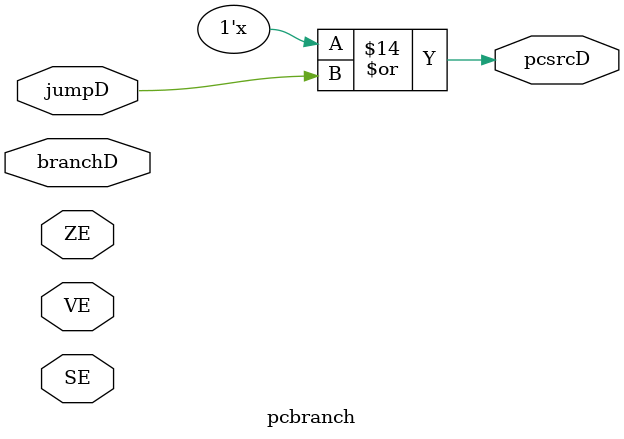
<source format=v>
module pcbranch(
					 input [4:0] branchD,
					 input ZE, SE, VE,jumpD,
					 output reg pcsrcD
);
		reg branchsrc;

		always @(*)begin
			if(branchD[0] ||(branchD[4] & ZE ) || (branchD[3] & (SE ^ VE)) || (branchD[2] & (ZE || (SE ^ VE)))|| (branchD[1] & ~ZE)) begin
					branchsrc <= 1;
					end else begin
					branchsrc <= 0;
					end
			pcsrcD <= branchsrc | jumpD;
		end
		
		
		
endmodule
</source>
